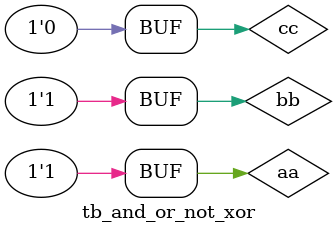
<source format=v>
module tb_and_or_not_xor(
);

reg aa, bb, cc;
wire out1, out2, out3, out4;

and_or_not_xor U1(aa,bb,cc,out1,out2,out3,out4);

initial begin
    //initialize variables
    aa = 0;
    bb = 0;
    cc = 0;
    #100
    aa = 1;
    #100
    bb = 1;
    #100
    cc = 1;
    #100
    cc = 0;
    
    #1000;
end

endmodule
</source>
